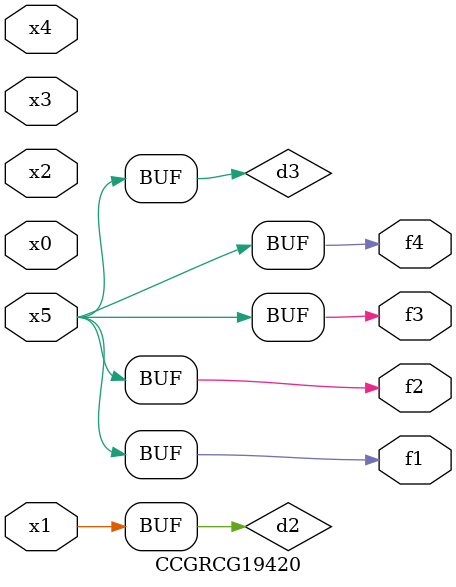
<source format=v>
module CCGRCG19420(
	input x0, x1, x2, x3, x4, x5,
	output f1, f2, f3, f4
);

	wire d1, d2, d3;

	not (d1, x5);
	or (d2, x1);
	xnor (d3, d1);
	assign f1 = d3;
	assign f2 = d3;
	assign f3 = d3;
	assign f4 = d3;
endmodule

</source>
